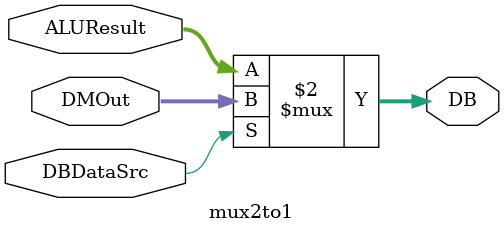
<source format=v>
`timescale 1ns / 1ps

module mux2to1(
    input [31:0] ALUResult,
    input [31:0] DMOut,
    input DBDataSrc,
    output [31:0] DB
    );
    assign DB = (DBDataSrc == 0)? ALUResult : DMOut;
endmodule

</source>
